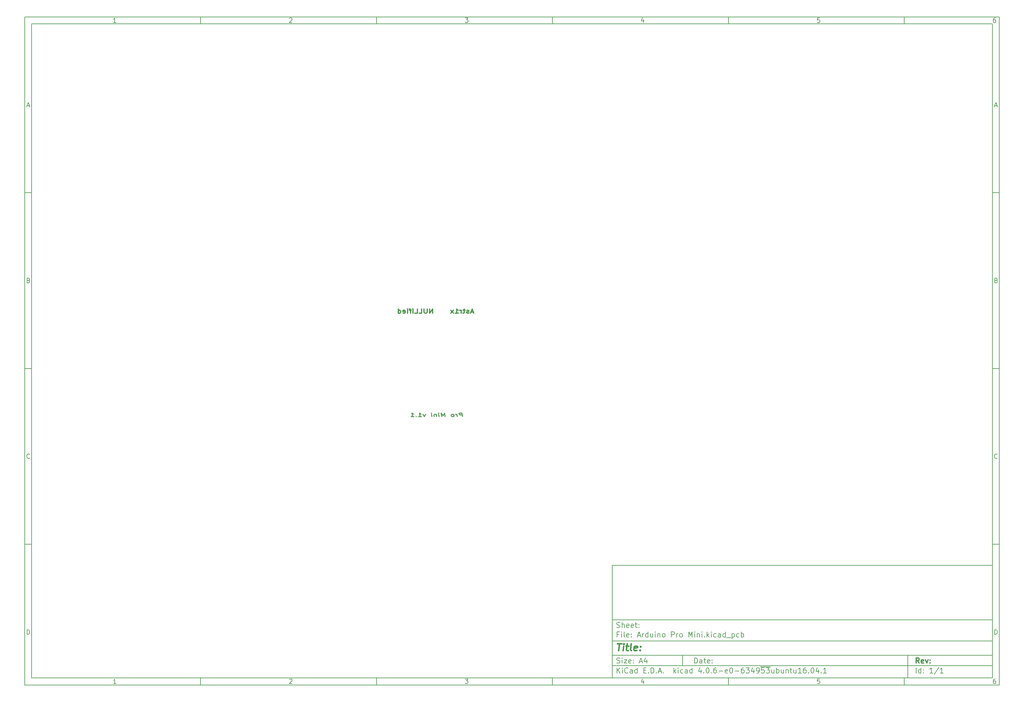
<source format=gbr>
G04 #@! TF.FileFunction,Legend,Bot*
%FSLAX46Y46*%
G04 Gerber Fmt 4.6, Leading zero omitted, Abs format (unit mm)*
G04 Created by KiCad (PCBNEW 4.0.6-e0-6349~53~ubuntu16.04.1) date Wed Jun 21 16:24:44 2017*
%MOMM*%
%LPD*%
G01*
G04 APERTURE LIST*
%ADD10C,0.100000*%
%ADD11C,0.150000*%
%ADD12C,0.300000*%
%ADD13C,0.400000*%
%ADD14C,0.250000*%
G04 APERTURE END LIST*
D10*
D11*
X177002200Y-166007200D02*
X177002200Y-198007200D01*
X285002200Y-198007200D01*
X285002200Y-166007200D01*
X177002200Y-166007200D01*
D10*
D11*
X10000000Y-10000000D02*
X10000000Y-200007200D01*
X287002200Y-200007200D01*
X287002200Y-10000000D01*
X10000000Y-10000000D01*
D10*
D11*
X12000000Y-12000000D02*
X12000000Y-198007200D01*
X285002200Y-198007200D01*
X285002200Y-12000000D01*
X12000000Y-12000000D01*
D10*
D11*
X60000000Y-12000000D02*
X60000000Y-10000000D01*
D10*
D11*
X110000000Y-12000000D02*
X110000000Y-10000000D01*
D10*
D11*
X160000000Y-12000000D02*
X160000000Y-10000000D01*
D10*
D11*
X210000000Y-12000000D02*
X210000000Y-10000000D01*
D10*
D11*
X260000000Y-12000000D02*
X260000000Y-10000000D01*
D10*
D11*
X35990476Y-11588095D02*
X35247619Y-11588095D01*
X35619048Y-11588095D02*
X35619048Y-10288095D01*
X35495238Y-10473810D01*
X35371429Y-10597619D01*
X35247619Y-10659524D01*
D10*
D11*
X85247619Y-10411905D02*
X85309524Y-10350000D01*
X85433333Y-10288095D01*
X85742857Y-10288095D01*
X85866667Y-10350000D01*
X85928571Y-10411905D01*
X85990476Y-10535714D01*
X85990476Y-10659524D01*
X85928571Y-10845238D01*
X85185714Y-11588095D01*
X85990476Y-11588095D01*
D10*
D11*
X135185714Y-10288095D02*
X135990476Y-10288095D01*
X135557143Y-10783333D01*
X135742857Y-10783333D01*
X135866667Y-10845238D01*
X135928571Y-10907143D01*
X135990476Y-11030952D01*
X135990476Y-11340476D01*
X135928571Y-11464286D01*
X135866667Y-11526190D01*
X135742857Y-11588095D01*
X135371429Y-11588095D01*
X135247619Y-11526190D01*
X135185714Y-11464286D01*
D10*
D11*
X185866667Y-10721429D02*
X185866667Y-11588095D01*
X185557143Y-10226190D02*
X185247619Y-11154762D01*
X186052381Y-11154762D01*
D10*
D11*
X235928571Y-10288095D02*
X235309524Y-10288095D01*
X235247619Y-10907143D01*
X235309524Y-10845238D01*
X235433333Y-10783333D01*
X235742857Y-10783333D01*
X235866667Y-10845238D01*
X235928571Y-10907143D01*
X235990476Y-11030952D01*
X235990476Y-11340476D01*
X235928571Y-11464286D01*
X235866667Y-11526190D01*
X235742857Y-11588095D01*
X235433333Y-11588095D01*
X235309524Y-11526190D01*
X235247619Y-11464286D01*
D10*
D11*
X285866667Y-10288095D02*
X285619048Y-10288095D01*
X285495238Y-10350000D01*
X285433333Y-10411905D01*
X285309524Y-10597619D01*
X285247619Y-10845238D01*
X285247619Y-11340476D01*
X285309524Y-11464286D01*
X285371429Y-11526190D01*
X285495238Y-11588095D01*
X285742857Y-11588095D01*
X285866667Y-11526190D01*
X285928571Y-11464286D01*
X285990476Y-11340476D01*
X285990476Y-11030952D01*
X285928571Y-10907143D01*
X285866667Y-10845238D01*
X285742857Y-10783333D01*
X285495238Y-10783333D01*
X285371429Y-10845238D01*
X285309524Y-10907143D01*
X285247619Y-11030952D01*
D10*
D11*
X60000000Y-198007200D02*
X60000000Y-200007200D01*
D10*
D11*
X110000000Y-198007200D02*
X110000000Y-200007200D01*
D10*
D11*
X160000000Y-198007200D02*
X160000000Y-200007200D01*
D10*
D11*
X210000000Y-198007200D02*
X210000000Y-200007200D01*
D10*
D11*
X260000000Y-198007200D02*
X260000000Y-200007200D01*
D10*
D11*
X35990476Y-199595295D02*
X35247619Y-199595295D01*
X35619048Y-199595295D02*
X35619048Y-198295295D01*
X35495238Y-198481010D01*
X35371429Y-198604819D01*
X35247619Y-198666724D01*
D10*
D11*
X85247619Y-198419105D02*
X85309524Y-198357200D01*
X85433333Y-198295295D01*
X85742857Y-198295295D01*
X85866667Y-198357200D01*
X85928571Y-198419105D01*
X85990476Y-198542914D01*
X85990476Y-198666724D01*
X85928571Y-198852438D01*
X85185714Y-199595295D01*
X85990476Y-199595295D01*
D10*
D11*
X135185714Y-198295295D02*
X135990476Y-198295295D01*
X135557143Y-198790533D01*
X135742857Y-198790533D01*
X135866667Y-198852438D01*
X135928571Y-198914343D01*
X135990476Y-199038152D01*
X135990476Y-199347676D01*
X135928571Y-199471486D01*
X135866667Y-199533390D01*
X135742857Y-199595295D01*
X135371429Y-199595295D01*
X135247619Y-199533390D01*
X135185714Y-199471486D01*
D10*
D11*
X185866667Y-198728629D02*
X185866667Y-199595295D01*
X185557143Y-198233390D02*
X185247619Y-199161962D01*
X186052381Y-199161962D01*
D10*
D11*
X235928571Y-198295295D02*
X235309524Y-198295295D01*
X235247619Y-198914343D01*
X235309524Y-198852438D01*
X235433333Y-198790533D01*
X235742857Y-198790533D01*
X235866667Y-198852438D01*
X235928571Y-198914343D01*
X235990476Y-199038152D01*
X235990476Y-199347676D01*
X235928571Y-199471486D01*
X235866667Y-199533390D01*
X235742857Y-199595295D01*
X235433333Y-199595295D01*
X235309524Y-199533390D01*
X235247619Y-199471486D01*
D10*
D11*
X285866667Y-198295295D02*
X285619048Y-198295295D01*
X285495238Y-198357200D01*
X285433333Y-198419105D01*
X285309524Y-198604819D01*
X285247619Y-198852438D01*
X285247619Y-199347676D01*
X285309524Y-199471486D01*
X285371429Y-199533390D01*
X285495238Y-199595295D01*
X285742857Y-199595295D01*
X285866667Y-199533390D01*
X285928571Y-199471486D01*
X285990476Y-199347676D01*
X285990476Y-199038152D01*
X285928571Y-198914343D01*
X285866667Y-198852438D01*
X285742857Y-198790533D01*
X285495238Y-198790533D01*
X285371429Y-198852438D01*
X285309524Y-198914343D01*
X285247619Y-199038152D01*
D10*
D11*
X10000000Y-60000000D02*
X12000000Y-60000000D01*
D10*
D11*
X10000000Y-110000000D02*
X12000000Y-110000000D01*
D10*
D11*
X10000000Y-160000000D02*
X12000000Y-160000000D01*
D10*
D11*
X10690476Y-35216667D02*
X11309524Y-35216667D01*
X10566667Y-35588095D02*
X11000000Y-34288095D01*
X11433333Y-35588095D01*
D10*
D11*
X11092857Y-84907143D02*
X11278571Y-84969048D01*
X11340476Y-85030952D01*
X11402381Y-85154762D01*
X11402381Y-85340476D01*
X11340476Y-85464286D01*
X11278571Y-85526190D01*
X11154762Y-85588095D01*
X10659524Y-85588095D01*
X10659524Y-84288095D01*
X11092857Y-84288095D01*
X11216667Y-84350000D01*
X11278571Y-84411905D01*
X11340476Y-84535714D01*
X11340476Y-84659524D01*
X11278571Y-84783333D01*
X11216667Y-84845238D01*
X11092857Y-84907143D01*
X10659524Y-84907143D01*
D10*
D11*
X11402381Y-135464286D02*
X11340476Y-135526190D01*
X11154762Y-135588095D01*
X11030952Y-135588095D01*
X10845238Y-135526190D01*
X10721429Y-135402381D01*
X10659524Y-135278571D01*
X10597619Y-135030952D01*
X10597619Y-134845238D01*
X10659524Y-134597619D01*
X10721429Y-134473810D01*
X10845238Y-134350000D01*
X11030952Y-134288095D01*
X11154762Y-134288095D01*
X11340476Y-134350000D01*
X11402381Y-134411905D01*
D10*
D11*
X10659524Y-185588095D02*
X10659524Y-184288095D01*
X10969048Y-184288095D01*
X11154762Y-184350000D01*
X11278571Y-184473810D01*
X11340476Y-184597619D01*
X11402381Y-184845238D01*
X11402381Y-185030952D01*
X11340476Y-185278571D01*
X11278571Y-185402381D01*
X11154762Y-185526190D01*
X10969048Y-185588095D01*
X10659524Y-185588095D01*
D10*
D11*
X287002200Y-60000000D02*
X285002200Y-60000000D01*
D10*
D11*
X287002200Y-110000000D02*
X285002200Y-110000000D01*
D10*
D11*
X287002200Y-160000000D02*
X285002200Y-160000000D01*
D10*
D11*
X285692676Y-35216667D02*
X286311724Y-35216667D01*
X285568867Y-35588095D02*
X286002200Y-34288095D01*
X286435533Y-35588095D01*
D10*
D11*
X286095057Y-84907143D02*
X286280771Y-84969048D01*
X286342676Y-85030952D01*
X286404581Y-85154762D01*
X286404581Y-85340476D01*
X286342676Y-85464286D01*
X286280771Y-85526190D01*
X286156962Y-85588095D01*
X285661724Y-85588095D01*
X285661724Y-84288095D01*
X286095057Y-84288095D01*
X286218867Y-84350000D01*
X286280771Y-84411905D01*
X286342676Y-84535714D01*
X286342676Y-84659524D01*
X286280771Y-84783333D01*
X286218867Y-84845238D01*
X286095057Y-84907143D01*
X285661724Y-84907143D01*
D10*
D11*
X286404581Y-135464286D02*
X286342676Y-135526190D01*
X286156962Y-135588095D01*
X286033152Y-135588095D01*
X285847438Y-135526190D01*
X285723629Y-135402381D01*
X285661724Y-135278571D01*
X285599819Y-135030952D01*
X285599819Y-134845238D01*
X285661724Y-134597619D01*
X285723629Y-134473810D01*
X285847438Y-134350000D01*
X286033152Y-134288095D01*
X286156962Y-134288095D01*
X286342676Y-134350000D01*
X286404581Y-134411905D01*
D10*
D11*
X285661724Y-185588095D02*
X285661724Y-184288095D01*
X285971248Y-184288095D01*
X286156962Y-184350000D01*
X286280771Y-184473810D01*
X286342676Y-184597619D01*
X286404581Y-184845238D01*
X286404581Y-185030952D01*
X286342676Y-185278571D01*
X286280771Y-185402381D01*
X286156962Y-185526190D01*
X285971248Y-185588095D01*
X285661724Y-185588095D01*
D10*
D11*
X200359343Y-193785771D02*
X200359343Y-192285771D01*
X200716486Y-192285771D01*
X200930771Y-192357200D01*
X201073629Y-192500057D01*
X201145057Y-192642914D01*
X201216486Y-192928629D01*
X201216486Y-193142914D01*
X201145057Y-193428629D01*
X201073629Y-193571486D01*
X200930771Y-193714343D01*
X200716486Y-193785771D01*
X200359343Y-193785771D01*
X202502200Y-193785771D02*
X202502200Y-193000057D01*
X202430771Y-192857200D01*
X202287914Y-192785771D01*
X202002200Y-192785771D01*
X201859343Y-192857200D01*
X202502200Y-193714343D02*
X202359343Y-193785771D01*
X202002200Y-193785771D01*
X201859343Y-193714343D01*
X201787914Y-193571486D01*
X201787914Y-193428629D01*
X201859343Y-193285771D01*
X202002200Y-193214343D01*
X202359343Y-193214343D01*
X202502200Y-193142914D01*
X203002200Y-192785771D02*
X203573629Y-192785771D01*
X203216486Y-192285771D02*
X203216486Y-193571486D01*
X203287914Y-193714343D01*
X203430772Y-193785771D01*
X203573629Y-193785771D01*
X204645057Y-193714343D02*
X204502200Y-193785771D01*
X204216486Y-193785771D01*
X204073629Y-193714343D01*
X204002200Y-193571486D01*
X204002200Y-193000057D01*
X204073629Y-192857200D01*
X204216486Y-192785771D01*
X204502200Y-192785771D01*
X204645057Y-192857200D01*
X204716486Y-193000057D01*
X204716486Y-193142914D01*
X204002200Y-193285771D01*
X205359343Y-193642914D02*
X205430771Y-193714343D01*
X205359343Y-193785771D01*
X205287914Y-193714343D01*
X205359343Y-193642914D01*
X205359343Y-193785771D01*
X205359343Y-192857200D02*
X205430771Y-192928629D01*
X205359343Y-193000057D01*
X205287914Y-192928629D01*
X205359343Y-192857200D01*
X205359343Y-193000057D01*
D10*
D11*
X177002200Y-194507200D02*
X285002200Y-194507200D01*
D10*
D11*
X178359343Y-196585771D02*
X178359343Y-195085771D01*
X179216486Y-196585771D02*
X178573629Y-195728629D01*
X179216486Y-195085771D02*
X178359343Y-195942914D01*
X179859343Y-196585771D02*
X179859343Y-195585771D01*
X179859343Y-195085771D02*
X179787914Y-195157200D01*
X179859343Y-195228629D01*
X179930771Y-195157200D01*
X179859343Y-195085771D01*
X179859343Y-195228629D01*
X181430772Y-196442914D02*
X181359343Y-196514343D01*
X181145057Y-196585771D01*
X181002200Y-196585771D01*
X180787915Y-196514343D01*
X180645057Y-196371486D01*
X180573629Y-196228629D01*
X180502200Y-195942914D01*
X180502200Y-195728629D01*
X180573629Y-195442914D01*
X180645057Y-195300057D01*
X180787915Y-195157200D01*
X181002200Y-195085771D01*
X181145057Y-195085771D01*
X181359343Y-195157200D01*
X181430772Y-195228629D01*
X182716486Y-196585771D02*
X182716486Y-195800057D01*
X182645057Y-195657200D01*
X182502200Y-195585771D01*
X182216486Y-195585771D01*
X182073629Y-195657200D01*
X182716486Y-196514343D02*
X182573629Y-196585771D01*
X182216486Y-196585771D01*
X182073629Y-196514343D01*
X182002200Y-196371486D01*
X182002200Y-196228629D01*
X182073629Y-196085771D01*
X182216486Y-196014343D01*
X182573629Y-196014343D01*
X182716486Y-195942914D01*
X184073629Y-196585771D02*
X184073629Y-195085771D01*
X184073629Y-196514343D02*
X183930772Y-196585771D01*
X183645058Y-196585771D01*
X183502200Y-196514343D01*
X183430772Y-196442914D01*
X183359343Y-196300057D01*
X183359343Y-195871486D01*
X183430772Y-195728629D01*
X183502200Y-195657200D01*
X183645058Y-195585771D01*
X183930772Y-195585771D01*
X184073629Y-195657200D01*
X185930772Y-195800057D02*
X186430772Y-195800057D01*
X186645058Y-196585771D02*
X185930772Y-196585771D01*
X185930772Y-195085771D01*
X186645058Y-195085771D01*
X187287915Y-196442914D02*
X187359343Y-196514343D01*
X187287915Y-196585771D01*
X187216486Y-196514343D01*
X187287915Y-196442914D01*
X187287915Y-196585771D01*
X188002201Y-196585771D02*
X188002201Y-195085771D01*
X188359344Y-195085771D01*
X188573629Y-195157200D01*
X188716487Y-195300057D01*
X188787915Y-195442914D01*
X188859344Y-195728629D01*
X188859344Y-195942914D01*
X188787915Y-196228629D01*
X188716487Y-196371486D01*
X188573629Y-196514343D01*
X188359344Y-196585771D01*
X188002201Y-196585771D01*
X189502201Y-196442914D02*
X189573629Y-196514343D01*
X189502201Y-196585771D01*
X189430772Y-196514343D01*
X189502201Y-196442914D01*
X189502201Y-196585771D01*
X190145058Y-196157200D02*
X190859344Y-196157200D01*
X190002201Y-196585771D02*
X190502201Y-195085771D01*
X191002201Y-196585771D01*
X191502201Y-196442914D02*
X191573629Y-196514343D01*
X191502201Y-196585771D01*
X191430772Y-196514343D01*
X191502201Y-196442914D01*
X191502201Y-196585771D01*
X194502201Y-196585771D02*
X194502201Y-195085771D01*
X194645058Y-196014343D02*
X195073629Y-196585771D01*
X195073629Y-195585771D02*
X194502201Y-196157200D01*
X195716487Y-196585771D02*
X195716487Y-195585771D01*
X195716487Y-195085771D02*
X195645058Y-195157200D01*
X195716487Y-195228629D01*
X195787915Y-195157200D01*
X195716487Y-195085771D01*
X195716487Y-195228629D01*
X197073630Y-196514343D02*
X196930773Y-196585771D01*
X196645059Y-196585771D01*
X196502201Y-196514343D01*
X196430773Y-196442914D01*
X196359344Y-196300057D01*
X196359344Y-195871486D01*
X196430773Y-195728629D01*
X196502201Y-195657200D01*
X196645059Y-195585771D01*
X196930773Y-195585771D01*
X197073630Y-195657200D01*
X198359344Y-196585771D02*
X198359344Y-195800057D01*
X198287915Y-195657200D01*
X198145058Y-195585771D01*
X197859344Y-195585771D01*
X197716487Y-195657200D01*
X198359344Y-196514343D02*
X198216487Y-196585771D01*
X197859344Y-196585771D01*
X197716487Y-196514343D01*
X197645058Y-196371486D01*
X197645058Y-196228629D01*
X197716487Y-196085771D01*
X197859344Y-196014343D01*
X198216487Y-196014343D01*
X198359344Y-195942914D01*
X199716487Y-196585771D02*
X199716487Y-195085771D01*
X199716487Y-196514343D02*
X199573630Y-196585771D01*
X199287916Y-196585771D01*
X199145058Y-196514343D01*
X199073630Y-196442914D01*
X199002201Y-196300057D01*
X199002201Y-195871486D01*
X199073630Y-195728629D01*
X199145058Y-195657200D01*
X199287916Y-195585771D01*
X199573630Y-195585771D01*
X199716487Y-195657200D01*
X202216487Y-195585771D02*
X202216487Y-196585771D01*
X201859344Y-195014343D02*
X201502201Y-196085771D01*
X202430773Y-196085771D01*
X203002201Y-196442914D02*
X203073629Y-196514343D01*
X203002201Y-196585771D01*
X202930772Y-196514343D01*
X203002201Y-196442914D01*
X203002201Y-196585771D01*
X204002201Y-195085771D02*
X204145058Y-195085771D01*
X204287915Y-195157200D01*
X204359344Y-195228629D01*
X204430773Y-195371486D01*
X204502201Y-195657200D01*
X204502201Y-196014343D01*
X204430773Y-196300057D01*
X204359344Y-196442914D01*
X204287915Y-196514343D01*
X204145058Y-196585771D01*
X204002201Y-196585771D01*
X203859344Y-196514343D01*
X203787915Y-196442914D01*
X203716487Y-196300057D01*
X203645058Y-196014343D01*
X203645058Y-195657200D01*
X203716487Y-195371486D01*
X203787915Y-195228629D01*
X203859344Y-195157200D01*
X204002201Y-195085771D01*
X205145058Y-196442914D02*
X205216486Y-196514343D01*
X205145058Y-196585771D01*
X205073629Y-196514343D01*
X205145058Y-196442914D01*
X205145058Y-196585771D01*
X206502201Y-195085771D02*
X206216487Y-195085771D01*
X206073630Y-195157200D01*
X206002201Y-195228629D01*
X205859344Y-195442914D01*
X205787915Y-195728629D01*
X205787915Y-196300057D01*
X205859344Y-196442914D01*
X205930772Y-196514343D01*
X206073630Y-196585771D01*
X206359344Y-196585771D01*
X206502201Y-196514343D01*
X206573630Y-196442914D01*
X206645058Y-196300057D01*
X206645058Y-195942914D01*
X206573630Y-195800057D01*
X206502201Y-195728629D01*
X206359344Y-195657200D01*
X206073630Y-195657200D01*
X205930772Y-195728629D01*
X205859344Y-195800057D01*
X205787915Y-195942914D01*
X207287915Y-196014343D02*
X208430772Y-196014343D01*
X209716486Y-196514343D02*
X209573629Y-196585771D01*
X209287915Y-196585771D01*
X209145058Y-196514343D01*
X209073629Y-196371486D01*
X209073629Y-195800057D01*
X209145058Y-195657200D01*
X209287915Y-195585771D01*
X209573629Y-195585771D01*
X209716486Y-195657200D01*
X209787915Y-195800057D01*
X209787915Y-195942914D01*
X209073629Y-196085771D01*
X210716486Y-195085771D02*
X210859343Y-195085771D01*
X211002200Y-195157200D01*
X211073629Y-195228629D01*
X211145058Y-195371486D01*
X211216486Y-195657200D01*
X211216486Y-196014343D01*
X211145058Y-196300057D01*
X211073629Y-196442914D01*
X211002200Y-196514343D01*
X210859343Y-196585771D01*
X210716486Y-196585771D01*
X210573629Y-196514343D01*
X210502200Y-196442914D01*
X210430772Y-196300057D01*
X210359343Y-196014343D01*
X210359343Y-195657200D01*
X210430772Y-195371486D01*
X210502200Y-195228629D01*
X210573629Y-195157200D01*
X210716486Y-195085771D01*
X211859343Y-196014343D02*
X213002200Y-196014343D01*
X214359343Y-195085771D02*
X214073629Y-195085771D01*
X213930772Y-195157200D01*
X213859343Y-195228629D01*
X213716486Y-195442914D01*
X213645057Y-195728629D01*
X213645057Y-196300057D01*
X213716486Y-196442914D01*
X213787914Y-196514343D01*
X213930772Y-196585771D01*
X214216486Y-196585771D01*
X214359343Y-196514343D01*
X214430772Y-196442914D01*
X214502200Y-196300057D01*
X214502200Y-195942914D01*
X214430772Y-195800057D01*
X214359343Y-195728629D01*
X214216486Y-195657200D01*
X213930772Y-195657200D01*
X213787914Y-195728629D01*
X213716486Y-195800057D01*
X213645057Y-195942914D01*
X215002200Y-195085771D02*
X215930771Y-195085771D01*
X215430771Y-195657200D01*
X215645057Y-195657200D01*
X215787914Y-195728629D01*
X215859343Y-195800057D01*
X215930771Y-195942914D01*
X215930771Y-196300057D01*
X215859343Y-196442914D01*
X215787914Y-196514343D01*
X215645057Y-196585771D01*
X215216485Y-196585771D01*
X215073628Y-196514343D01*
X215002200Y-196442914D01*
X217216485Y-195585771D02*
X217216485Y-196585771D01*
X216859342Y-195014343D02*
X216502199Y-196085771D01*
X217430771Y-196085771D01*
X218073627Y-196585771D02*
X218359342Y-196585771D01*
X218502199Y-196514343D01*
X218573627Y-196442914D01*
X218716485Y-196228629D01*
X218787913Y-195942914D01*
X218787913Y-195371486D01*
X218716485Y-195228629D01*
X218645056Y-195157200D01*
X218502199Y-195085771D01*
X218216485Y-195085771D01*
X218073627Y-195157200D01*
X218002199Y-195228629D01*
X217930770Y-195371486D01*
X217930770Y-195728629D01*
X218002199Y-195871486D01*
X218073627Y-195942914D01*
X218216485Y-196014343D01*
X218502199Y-196014343D01*
X218645056Y-195942914D01*
X218716485Y-195871486D01*
X218787913Y-195728629D01*
X220145056Y-195085771D02*
X219430770Y-195085771D01*
X219359341Y-195800057D01*
X219430770Y-195728629D01*
X219573627Y-195657200D01*
X219930770Y-195657200D01*
X220073627Y-195728629D01*
X220145056Y-195800057D01*
X220216484Y-195942914D01*
X220216484Y-196300057D01*
X220145056Y-196442914D01*
X220073627Y-196514343D01*
X219930770Y-196585771D01*
X219573627Y-196585771D01*
X219430770Y-196514343D01*
X219359341Y-196442914D01*
X220716484Y-195085771D02*
X221645055Y-195085771D01*
X221145055Y-195657200D01*
X221359341Y-195657200D01*
X221502198Y-195728629D01*
X221573627Y-195800057D01*
X221645055Y-195942914D01*
X221645055Y-196300057D01*
X221573627Y-196442914D01*
X221502198Y-196514343D01*
X221359341Y-196585771D01*
X220930769Y-196585771D01*
X220787912Y-196514343D01*
X220716484Y-196442914D01*
X219073627Y-194827200D02*
X221930769Y-194827200D01*
X222930769Y-195585771D02*
X222930769Y-196585771D01*
X222287912Y-195585771D02*
X222287912Y-196371486D01*
X222359340Y-196514343D01*
X222502198Y-196585771D01*
X222716483Y-196585771D01*
X222859340Y-196514343D01*
X222930769Y-196442914D01*
X223645055Y-196585771D02*
X223645055Y-195085771D01*
X223645055Y-195657200D02*
X223787912Y-195585771D01*
X224073626Y-195585771D01*
X224216483Y-195657200D01*
X224287912Y-195728629D01*
X224359341Y-195871486D01*
X224359341Y-196300057D01*
X224287912Y-196442914D01*
X224216483Y-196514343D01*
X224073626Y-196585771D01*
X223787912Y-196585771D01*
X223645055Y-196514343D01*
X225645055Y-195585771D02*
X225645055Y-196585771D01*
X225002198Y-195585771D02*
X225002198Y-196371486D01*
X225073626Y-196514343D01*
X225216484Y-196585771D01*
X225430769Y-196585771D01*
X225573626Y-196514343D01*
X225645055Y-196442914D01*
X226359341Y-195585771D02*
X226359341Y-196585771D01*
X226359341Y-195728629D02*
X226430769Y-195657200D01*
X226573627Y-195585771D01*
X226787912Y-195585771D01*
X226930769Y-195657200D01*
X227002198Y-195800057D01*
X227002198Y-196585771D01*
X227502198Y-195585771D02*
X228073627Y-195585771D01*
X227716484Y-195085771D02*
X227716484Y-196371486D01*
X227787912Y-196514343D01*
X227930770Y-196585771D01*
X228073627Y-196585771D01*
X229216484Y-195585771D02*
X229216484Y-196585771D01*
X228573627Y-195585771D02*
X228573627Y-196371486D01*
X228645055Y-196514343D01*
X228787913Y-196585771D01*
X229002198Y-196585771D01*
X229145055Y-196514343D01*
X229216484Y-196442914D01*
X230716484Y-196585771D02*
X229859341Y-196585771D01*
X230287913Y-196585771D02*
X230287913Y-195085771D01*
X230145056Y-195300057D01*
X230002198Y-195442914D01*
X229859341Y-195514343D01*
X232002198Y-195085771D02*
X231716484Y-195085771D01*
X231573627Y-195157200D01*
X231502198Y-195228629D01*
X231359341Y-195442914D01*
X231287912Y-195728629D01*
X231287912Y-196300057D01*
X231359341Y-196442914D01*
X231430769Y-196514343D01*
X231573627Y-196585771D01*
X231859341Y-196585771D01*
X232002198Y-196514343D01*
X232073627Y-196442914D01*
X232145055Y-196300057D01*
X232145055Y-195942914D01*
X232073627Y-195800057D01*
X232002198Y-195728629D01*
X231859341Y-195657200D01*
X231573627Y-195657200D01*
X231430769Y-195728629D01*
X231359341Y-195800057D01*
X231287912Y-195942914D01*
X232787912Y-196442914D02*
X232859340Y-196514343D01*
X232787912Y-196585771D01*
X232716483Y-196514343D01*
X232787912Y-196442914D01*
X232787912Y-196585771D01*
X233787912Y-195085771D02*
X233930769Y-195085771D01*
X234073626Y-195157200D01*
X234145055Y-195228629D01*
X234216484Y-195371486D01*
X234287912Y-195657200D01*
X234287912Y-196014343D01*
X234216484Y-196300057D01*
X234145055Y-196442914D01*
X234073626Y-196514343D01*
X233930769Y-196585771D01*
X233787912Y-196585771D01*
X233645055Y-196514343D01*
X233573626Y-196442914D01*
X233502198Y-196300057D01*
X233430769Y-196014343D01*
X233430769Y-195657200D01*
X233502198Y-195371486D01*
X233573626Y-195228629D01*
X233645055Y-195157200D01*
X233787912Y-195085771D01*
X235573626Y-195585771D02*
X235573626Y-196585771D01*
X235216483Y-195014343D02*
X234859340Y-196085771D01*
X235787912Y-196085771D01*
X236359340Y-196442914D02*
X236430768Y-196514343D01*
X236359340Y-196585771D01*
X236287911Y-196514343D01*
X236359340Y-196442914D01*
X236359340Y-196585771D01*
X237859340Y-196585771D02*
X237002197Y-196585771D01*
X237430769Y-196585771D02*
X237430769Y-195085771D01*
X237287912Y-195300057D01*
X237145054Y-195442914D01*
X237002197Y-195514343D01*
D10*
D11*
X177002200Y-191507200D02*
X285002200Y-191507200D01*
D10*
D12*
X264216486Y-193785771D02*
X263716486Y-193071486D01*
X263359343Y-193785771D02*
X263359343Y-192285771D01*
X263930771Y-192285771D01*
X264073629Y-192357200D01*
X264145057Y-192428629D01*
X264216486Y-192571486D01*
X264216486Y-192785771D01*
X264145057Y-192928629D01*
X264073629Y-193000057D01*
X263930771Y-193071486D01*
X263359343Y-193071486D01*
X265430771Y-193714343D02*
X265287914Y-193785771D01*
X265002200Y-193785771D01*
X264859343Y-193714343D01*
X264787914Y-193571486D01*
X264787914Y-193000057D01*
X264859343Y-192857200D01*
X265002200Y-192785771D01*
X265287914Y-192785771D01*
X265430771Y-192857200D01*
X265502200Y-193000057D01*
X265502200Y-193142914D01*
X264787914Y-193285771D01*
X266002200Y-192785771D02*
X266359343Y-193785771D01*
X266716485Y-192785771D01*
X267287914Y-193642914D02*
X267359342Y-193714343D01*
X267287914Y-193785771D01*
X267216485Y-193714343D01*
X267287914Y-193642914D01*
X267287914Y-193785771D01*
X267287914Y-192857200D02*
X267359342Y-192928629D01*
X267287914Y-193000057D01*
X267216485Y-192928629D01*
X267287914Y-192857200D01*
X267287914Y-193000057D01*
D10*
D11*
X178287914Y-193714343D02*
X178502200Y-193785771D01*
X178859343Y-193785771D01*
X179002200Y-193714343D01*
X179073629Y-193642914D01*
X179145057Y-193500057D01*
X179145057Y-193357200D01*
X179073629Y-193214343D01*
X179002200Y-193142914D01*
X178859343Y-193071486D01*
X178573629Y-193000057D01*
X178430771Y-192928629D01*
X178359343Y-192857200D01*
X178287914Y-192714343D01*
X178287914Y-192571486D01*
X178359343Y-192428629D01*
X178430771Y-192357200D01*
X178573629Y-192285771D01*
X178930771Y-192285771D01*
X179145057Y-192357200D01*
X179787914Y-193785771D02*
X179787914Y-192785771D01*
X179787914Y-192285771D02*
X179716485Y-192357200D01*
X179787914Y-192428629D01*
X179859342Y-192357200D01*
X179787914Y-192285771D01*
X179787914Y-192428629D01*
X180359343Y-192785771D02*
X181145057Y-192785771D01*
X180359343Y-193785771D01*
X181145057Y-193785771D01*
X182287914Y-193714343D02*
X182145057Y-193785771D01*
X181859343Y-193785771D01*
X181716486Y-193714343D01*
X181645057Y-193571486D01*
X181645057Y-193000057D01*
X181716486Y-192857200D01*
X181859343Y-192785771D01*
X182145057Y-192785771D01*
X182287914Y-192857200D01*
X182359343Y-193000057D01*
X182359343Y-193142914D01*
X181645057Y-193285771D01*
X183002200Y-193642914D02*
X183073628Y-193714343D01*
X183002200Y-193785771D01*
X182930771Y-193714343D01*
X183002200Y-193642914D01*
X183002200Y-193785771D01*
X183002200Y-192857200D02*
X183073628Y-192928629D01*
X183002200Y-193000057D01*
X182930771Y-192928629D01*
X183002200Y-192857200D01*
X183002200Y-193000057D01*
X184787914Y-193357200D02*
X185502200Y-193357200D01*
X184645057Y-193785771D02*
X185145057Y-192285771D01*
X185645057Y-193785771D01*
X186787914Y-192785771D02*
X186787914Y-193785771D01*
X186430771Y-192214343D02*
X186073628Y-193285771D01*
X187002200Y-193285771D01*
D10*
D11*
X263359343Y-196585771D02*
X263359343Y-195085771D01*
X264716486Y-196585771D02*
X264716486Y-195085771D01*
X264716486Y-196514343D02*
X264573629Y-196585771D01*
X264287915Y-196585771D01*
X264145057Y-196514343D01*
X264073629Y-196442914D01*
X264002200Y-196300057D01*
X264002200Y-195871486D01*
X264073629Y-195728629D01*
X264145057Y-195657200D01*
X264287915Y-195585771D01*
X264573629Y-195585771D01*
X264716486Y-195657200D01*
X265430772Y-196442914D02*
X265502200Y-196514343D01*
X265430772Y-196585771D01*
X265359343Y-196514343D01*
X265430772Y-196442914D01*
X265430772Y-196585771D01*
X265430772Y-195657200D02*
X265502200Y-195728629D01*
X265430772Y-195800057D01*
X265359343Y-195728629D01*
X265430772Y-195657200D01*
X265430772Y-195800057D01*
X268073629Y-196585771D02*
X267216486Y-196585771D01*
X267645058Y-196585771D02*
X267645058Y-195085771D01*
X267502201Y-195300057D01*
X267359343Y-195442914D01*
X267216486Y-195514343D01*
X269787914Y-195014343D02*
X268502200Y-196942914D01*
X271073629Y-196585771D02*
X270216486Y-196585771D01*
X270645058Y-196585771D02*
X270645058Y-195085771D01*
X270502201Y-195300057D01*
X270359343Y-195442914D01*
X270216486Y-195514343D01*
D10*
D11*
X177002200Y-187507200D02*
X285002200Y-187507200D01*
D10*
D13*
X178454581Y-188211962D02*
X179597438Y-188211962D01*
X178776010Y-190211962D02*
X179026010Y-188211962D01*
X180014105Y-190211962D02*
X180180771Y-188878629D01*
X180264105Y-188211962D02*
X180156962Y-188307200D01*
X180240295Y-188402438D01*
X180347439Y-188307200D01*
X180264105Y-188211962D01*
X180240295Y-188402438D01*
X180847438Y-188878629D02*
X181609343Y-188878629D01*
X181216486Y-188211962D02*
X181002200Y-189926248D01*
X181073630Y-190116724D01*
X181252201Y-190211962D01*
X181442677Y-190211962D01*
X182395058Y-190211962D02*
X182216487Y-190116724D01*
X182145057Y-189926248D01*
X182359343Y-188211962D01*
X183930772Y-190116724D02*
X183728391Y-190211962D01*
X183347439Y-190211962D01*
X183168867Y-190116724D01*
X183097438Y-189926248D01*
X183192676Y-189164343D01*
X183311724Y-188973867D01*
X183514105Y-188878629D01*
X183895057Y-188878629D01*
X184073629Y-188973867D01*
X184145057Y-189164343D01*
X184121248Y-189354819D01*
X183145057Y-189545295D01*
X184895057Y-190021486D02*
X184978392Y-190116724D01*
X184871248Y-190211962D01*
X184787915Y-190116724D01*
X184895057Y-190021486D01*
X184871248Y-190211962D01*
X185026010Y-188973867D02*
X185109344Y-189069105D01*
X185002200Y-189164343D01*
X184918867Y-189069105D01*
X185026010Y-188973867D01*
X185002200Y-189164343D01*
D10*
D11*
X178859343Y-185600057D02*
X178359343Y-185600057D01*
X178359343Y-186385771D02*
X178359343Y-184885771D01*
X179073629Y-184885771D01*
X179645057Y-186385771D02*
X179645057Y-185385771D01*
X179645057Y-184885771D02*
X179573628Y-184957200D01*
X179645057Y-185028629D01*
X179716485Y-184957200D01*
X179645057Y-184885771D01*
X179645057Y-185028629D01*
X180573629Y-186385771D02*
X180430771Y-186314343D01*
X180359343Y-186171486D01*
X180359343Y-184885771D01*
X181716485Y-186314343D02*
X181573628Y-186385771D01*
X181287914Y-186385771D01*
X181145057Y-186314343D01*
X181073628Y-186171486D01*
X181073628Y-185600057D01*
X181145057Y-185457200D01*
X181287914Y-185385771D01*
X181573628Y-185385771D01*
X181716485Y-185457200D01*
X181787914Y-185600057D01*
X181787914Y-185742914D01*
X181073628Y-185885771D01*
X182430771Y-186242914D02*
X182502199Y-186314343D01*
X182430771Y-186385771D01*
X182359342Y-186314343D01*
X182430771Y-186242914D01*
X182430771Y-186385771D01*
X182430771Y-185457200D02*
X182502199Y-185528629D01*
X182430771Y-185600057D01*
X182359342Y-185528629D01*
X182430771Y-185457200D01*
X182430771Y-185600057D01*
X184216485Y-185957200D02*
X184930771Y-185957200D01*
X184073628Y-186385771D02*
X184573628Y-184885771D01*
X185073628Y-186385771D01*
X185573628Y-186385771D02*
X185573628Y-185385771D01*
X185573628Y-185671486D02*
X185645056Y-185528629D01*
X185716485Y-185457200D01*
X185859342Y-185385771D01*
X186002199Y-185385771D01*
X187145056Y-186385771D02*
X187145056Y-184885771D01*
X187145056Y-186314343D02*
X187002199Y-186385771D01*
X186716485Y-186385771D01*
X186573627Y-186314343D01*
X186502199Y-186242914D01*
X186430770Y-186100057D01*
X186430770Y-185671486D01*
X186502199Y-185528629D01*
X186573627Y-185457200D01*
X186716485Y-185385771D01*
X187002199Y-185385771D01*
X187145056Y-185457200D01*
X188502199Y-185385771D02*
X188502199Y-186385771D01*
X187859342Y-185385771D02*
X187859342Y-186171486D01*
X187930770Y-186314343D01*
X188073628Y-186385771D01*
X188287913Y-186385771D01*
X188430770Y-186314343D01*
X188502199Y-186242914D01*
X189216485Y-186385771D02*
X189216485Y-185385771D01*
X189216485Y-184885771D02*
X189145056Y-184957200D01*
X189216485Y-185028629D01*
X189287913Y-184957200D01*
X189216485Y-184885771D01*
X189216485Y-185028629D01*
X189930771Y-185385771D02*
X189930771Y-186385771D01*
X189930771Y-185528629D02*
X190002199Y-185457200D01*
X190145057Y-185385771D01*
X190359342Y-185385771D01*
X190502199Y-185457200D01*
X190573628Y-185600057D01*
X190573628Y-186385771D01*
X191502200Y-186385771D02*
X191359342Y-186314343D01*
X191287914Y-186242914D01*
X191216485Y-186100057D01*
X191216485Y-185671486D01*
X191287914Y-185528629D01*
X191359342Y-185457200D01*
X191502200Y-185385771D01*
X191716485Y-185385771D01*
X191859342Y-185457200D01*
X191930771Y-185528629D01*
X192002200Y-185671486D01*
X192002200Y-186100057D01*
X191930771Y-186242914D01*
X191859342Y-186314343D01*
X191716485Y-186385771D01*
X191502200Y-186385771D01*
X193787914Y-186385771D02*
X193787914Y-184885771D01*
X194359342Y-184885771D01*
X194502200Y-184957200D01*
X194573628Y-185028629D01*
X194645057Y-185171486D01*
X194645057Y-185385771D01*
X194573628Y-185528629D01*
X194502200Y-185600057D01*
X194359342Y-185671486D01*
X193787914Y-185671486D01*
X195287914Y-186385771D02*
X195287914Y-185385771D01*
X195287914Y-185671486D02*
X195359342Y-185528629D01*
X195430771Y-185457200D01*
X195573628Y-185385771D01*
X195716485Y-185385771D01*
X196430771Y-186385771D02*
X196287913Y-186314343D01*
X196216485Y-186242914D01*
X196145056Y-186100057D01*
X196145056Y-185671486D01*
X196216485Y-185528629D01*
X196287913Y-185457200D01*
X196430771Y-185385771D01*
X196645056Y-185385771D01*
X196787913Y-185457200D01*
X196859342Y-185528629D01*
X196930771Y-185671486D01*
X196930771Y-186100057D01*
X196859342Y-186242914D01*
X196787913Y-186314343D01*
X196645056Y-186385771D01*
X196430771Y-186385771D01*
X198716485Y-186385771D02*
X198716485Y-184885771D01*
X199216485Y-185957200D01*
X199716485Y-184885771D01*
X199716485Y-186385771D01*
X200430771Y-186385771D02*
X200430771Y-185385771D01*
X200430771Y-184885771D02*
X200359342Y-184957200D01*
X200430771Y-185028629D01*
X200502199Y-184957200D01*
X200430771Y-184885771D01*
X200430771Y-185028629D01*
X201145057Y-185385771D02*
X201145057Y-186385771D01*
X201145057Y-185528629D02*
X201216485Y-185457200D01*
X201359343Y-185385771D01*
X201573628Y-185385771D01*
X201716485Y-185457200D01*
X201787914Y-185600057D01*
X201787914Y-186385771D01*
X202502200Y-186385771D02*
X202502200Y-185385771D01*
X202502200Y-184885771D02*
X202430771Y-184957200D01*
X202502200Y-185028629D01*
X202573628Y-184957200D01*
X202502200Y-184885771D01*
X202502200Y-185028629D01*
X203216486Y-186242914D02*
X203287914Y-186314343D01*
X203216486Y-186385771D01*
X203145057Y-186314343D01*
X203216486Y-186242914D01*
X203216486Y-186385771D01*
X203930772Y-186385771D02*
X203930772Y-184885771D01*
X204073629Y-185814343D02*
X204502200Y-186385771D01*
X204502200Y-185385771D02*
X203930772Y-185957200D01*
X205145058Y-186385771D02*
X205145058Y-185385771D01*
X205145058Y-184885771D02*
X205073629Y-184957200D01*
X205145058Y-185028629D01*
X205216486Y-184957200D01*
X205145058Y-184885771D01*
X205145058Y-185028629D01*
X206502201Y-186314343D02*
X206359344Y-186385771D01*
X206073630Y-186385771D01*
X205930772Y-186314343D01*
X205859344Y-186242914D01*
X205787915Y-186100057D01*
X205787915Y-185671486D01*
X205859344Y-185528629D01*
X205930772Y-185457200D01*
X206073630Y-185385771D01*
X206359344Y-185385771D01*
X206502201Y-185457200D01*
X207787915Y-186385771D02*
X207787915Y-185600057D01*
X207716486Y-185457200D01*
X207573629Y-185385771D01*
X207287915Y-185385771D01*
X207145058Y-185457200D01*
X207787915Y-186314343D02*
X207645058Y-186385771D01*
X207287915Y-186385771D01*
X207145058Y-186314343D01*
X207073629Y-186171486D01*
X207073629Y-186028629D01*
X207145058Y-185885771D01*
X207287915Y-185814343D01*
X207645058Y-185814343D01*
X207787915Y-185742914D01*
X209145058Y-186385771D02*
X209145058Y-184885771D01*
X209145058Y-186314343D02*
X209002201Y-186385771D01*
X208716487Y-186385771D01*
X208573629Y-186314343D01*
X208502201Y-186242914D01*
X208430772Y-186100057D01*
X208430772Y-185671486D01*
X208502201Y-185528629D01*
X208573629Y-185457200D01*
X208716487Y-185385771D01*
X209002201Y-185385771D01*
X209145058Y-185457200D01*
X209502201Y-186528629D02*
X210645058Y-186528629D01*
X211002201Y-185385771D02*
X211002201Y-186885771D01*
X211002201Y-185457200D02*
X211145058Y-185385771D01*
X211430772Y-185385771D01*
X211573629Y-185457200D01*
X211645058Y-185528629D01*
X211716487Y-185671486D01*
X211716487Y-186100057D01*
X211645058Y-186242914D01*
X211573629Y-186314343D01*
X211430772Y-186385771D01*
X211145058Y-186385771D01*
X211002201Y-186314343D01*
X213002201Y-186314343D02*
X212859344Y-186385771D01*
X212573630Y-186385771D01*
X212430772Y-186314343D01*
X212359344Y-186242914D01*
X212287915Y-186100057D01*
X212287915Y-185671486D01*
X212359344Y-185528629D01*
X212430772Y-185457200D01*
X212573630Y-185385771D01*
X212859344Y-185385771D01*
X213002201Y-185457200D01*
X213645058Y-186385771D02*
X213645058Y-184885771D01*
X213645058Y-185457200D02*
X213787915Y-185385771D01*
X214073629Y-185385771D01*
X214216486Y-185457200D01*
X214287915Y-185528629D01*
X214359344Y-185671486D01*
X214359344Y-186100057D01*
X214287915Y-186242914D01*
X214216486Y-186314343D01*
X214073629Y-186385771D01*
X213787915Y-186385771D01*
X213645058Y-186314343D01*
D10*
D11*
X177002200Y-181507200D02*
X285002200Y-181507200D01*
D10*
D11*
X178287914Y-183614343D02*
X178502200Y-183685771D01*
X178859343Y-183685771D01*
X179002200Y-183614343D01*
X179073629Y-183542914D01*
X179145057Y-183400057D01*
X179145057Y-183257200D01*
X179073629Y-183114343D01*
X179002200Y-183042914D01*
X178859343Y-182971486D01*
X178573629Y-182900057D01*
X178430771Y-182828629D01*
X178359343Y-182757200D01*
X178287914Y-182614343D01*
X178287914Y-182471486D01*
X178359343Y-182328629D01*
X178430771Y-182257200D01*
X178573629Y-182185771D01*
X178930771Y-182185771D01*
X179145057Y-182257200D01*
X179787914Y-183685771D02*
X179787914Y-182185771D01*
X180430771Y-183685771D02*
X180430771Y-182900057D01*
X180359342Y-182757200D01*
X180216485Y-182685771D01*
X180002200Y-182685771D01*
X179859342Y-182757200D01*
X179787914Y-182828629D01*
X181716485Y-183614343D02*
X181573628Y-183685771D01*
X181287914Y-183685771D01*
X181145057Y-183614343D01*
X181073628Y-183471486D01*
X181073628Y-182900057D01*
X181145057Y-182757200D01*
X181287914Y-182685771D01*
X181573628Y-182685771D01*
X181716485Y-182757200D01*
X181787914Y-182900057D01*
X181787914Y-183042914D01*
X181073628Y-183185771D01*
X183002199Y-183614343D02*
X182859342Y-183685771D01*
X182573628Y-183685771D01*
X182430771Y-183614343D01*
X182359342Y-183471486D01*
X182359342Y-182900057D01*
X182430771Y-182757200D01*
X182573628Y-182685771D01*
X182859342Y-182685771D01*
X183002199Y-182757200D01*
X183073628Y-182900057D01*
X183073628Y-183042914D01*
X182359342Y-183185771D01*
X183502199Y-182685771D02*
X184073628Y-182685771D01*
X183716485Y-182185771D02*
X183716485Y-183471486D01*
X183787913Y-183614343D01*
X183930771Y-183685771D01*
X184073628Y-183685771D01*
X184573628Y-183542914D02*
X184645056Y-183614343D01*
X184573628Y-183685771D01*
X184502199Y-183614343D01*
X184573628Y-183542914D01*
X184573628Y-183685771D01*
X184573628Y-182757200D02*
X184645056Y-182828629D01*
X184573628Y-182900057D01*
X184502199Y-182828629D01*
X184573628Y-182757200D01*
X184573628Y-182900057D01*
D10*
D11*
X197002200Y-191507200D02*
X197002200Y-194507200D01*
D10*
D11*
X261002200Y-191507200D02*
X261002200Y-198007200D01*
D14*
X134373512Y-123642381D02*
X134248512Y-122642381D01*
X133677084Y-122642381D01*
X133540178Y-122690000D01*
X133474702Y-122737619D01*
X133415178Y-122832857D01*
X133433035Y-122975714D01*
X133516369Y-123070952D01*
X133593749Y-123118571D01*
X133742560Y-123166190D01*
X134313988Y-123166190D01*
X132873512Y-123642381D02*
X132790178Y-122975714D01*
X132813988Y-123166190D02*
X132730655Y-123070952D01*
X132653274Y-123023333D01*
X132504464Y-122975714D01*
X132361607Y-122975714D01*
X131730655Y-123642381D02*
X131867560Y-123594762D01*
X131933036Y-123547143D01*
X131992560Y-123451905D01*
X131956846Y-123166190D01*
X131873512Y-123070952D01*
X131796132Y-123023333D01*
X131647321Y-122975714D01*
X131433036Y-122975714D01*
X131296132Y-123023333D01*
X131230655Y-123070952D01*
X131171131Y-123166190D01*
X131206845Y-123451905D01*
X131290179Y-123547143D01*
X131367560Y-123594762D01*
X131516370Y-123642381D01*
X131730655Y-123642381D01*
X129444941Y-123642381D02*
X129319941Y-122642381D01*
X128909226Y-123356667D01*
X128319941Y-122642381D01*
X128444941Y-123642381D01*
X127730655Y-123642381D02*
X127647321Y-122975714D01*
X127605655Y-122642381D02*
X127683036Y-122690000D01*
X127617559Y-122737619D01*
X127540179Y-122690000D01*
X127605655Y-122642381D01*
X127617559Y-122737619D01*
X126933035Y-122975714D02*
X127016369Y-123642381D01*
X126944940Y-123070952D02*
X126867560Y-123023333D01*
X126718749Y-122975714D01*
X126504464Y-122975714D01*
X126367560Y-123023333D01*
X126308035Y-123118571D01*
X126373512Y-123642381D01*
X125659226Y-123642381D02*
X125575892Y-122975714D01*
X125534226Y-122642381D02*
X125611607Y-122690000D01*
X125546130Y-122737619D01*
X125468750Y-122690000D01*
X125534226Y-122642381D01*
X125546130Y-122737619D01*
X123861606Y-122975714D02*
X123587797Y-123642381D01*
X123147321Y-122975714D01*
X121873512Y-123642381D02*
X122730655Y-123642381D01*
X122302083Y-123642381D02*
X122177083Y-122642381D01*
X122337797Y-122785238D01*
X122492559Y-122880476D01*
X122641369Y-122928095D01*
X121218750Y-123547143D02*
X121153274Y-123594762D01*
X121230655Y-123642381D01*
X121296131Y-123594762D01*
X121218750Y-123547143D01*
X121230655Y-123642381D01*
X119730655Y-123642381D02*
X120587798Y-123642381D01*
X120159226Y-123642381D02*
X120034226Y-122642381D01*
X120194940Y-122785238D01*
X120349702Y-122880476D01*
X120498512Y-122928095D01*
D12*
X137514286Y-93900000D02*
X136800000Y-93900000D01*
X137657143Y-94242857D02*
X137157143Y-93042857D01*
X136657143Y-94242857D01*
X136228572Y-94185714D02*
X136085715Y-94242857D01*
X135800000Y-94242857D01*
X135657143Y-94185714D01*
X135585715Y-94071429D01*
X135585715Y-94014286D01*
X135657143Y-93900000D01*
X135800000Y-93842857D01*
X136014286Y-93842857D01*
X136157143Y-93785714D01*
X136228572Y-93671429D01*
X136228572Y-93614286D01*
X136157143Y-93500000D01*
X136014286Y-93442857D01*
X135800000Y-93442857D01*
X135657143Y-93500000D01*
X135157143Y-93442857D02*
X134585714Y-93442857D01*
X134942857Y-93042857D02*
X134942857Y-94071429D01*
X134871429Y-94185714D01*
X134728571Y-94242857D01*
X134585714Y-94242857D01*
X134085714Y-94242857D02*
X134085714Y-93442857D01*
X134085714Y-93671429D02*
X134014286Y-93557143D01*
X133942857Y-93500000D01*
X133800000Y-93442857D01*
X133657143Y-93442857D01*
X132371429Y-94242857D02*
X133228572Y-94242857D01*
X132800000Y-94242857D02*
X132800000Y-93042857D01*
X132942857Y-93214286D01*
X133085715Y-93328571D01*
X133228572Y-93385714D01*
X131871429Y-94242857D02*
X131085715Y-93442857D01*
X131871429Y-93442857D02*
X131085715Y-94242857D01*
X125942858Y-94242857D02*
X125942858Y-93042857D01*
X125085715Y-94242857D01*
X125085715Y-93042857D01*
X124371429Y-93042857D02*
X124371429Y-94014286D01*
X124300001Y-94128571D01*
X124228572Y-94185714D01*
X124085715Y-94242857D01*
X123800001Y-94242857D01*
X123657143Y-94185714D01*
X123585715Y-94128571D01*
X123514286Y-94014286D01*
X123514286Y-93042857D01*
X122085714Y-94242857D02*
X122800000Y-94242857D01*
X122800000Y-93042857D01*
X120871428Y-94242857D02*
X121585714Y-94242857D01*
X121585714Y-93042857D01*
X120371428Y-94242857D02*
X120371428Y-93442857D01*
X120371428Y-93042857D02*
X120442857Y-93100000D01*
X120371428Y-93157143D01*
X120300000Y-93100000D01*
X120371428Y-93042857D01*
X120371428Y-93157143D01*
X119871428Y-93442857D02*
X119299999Y-93442857D01*
X119657142Y-94242857D02*
X119657142Y-93214286D01*
X119585714Y-93100000D01*
X119442856Y-93042857D01*
X119299999Y-93042857D01*
X118799999Y-94242857D02*
X118799999Y-93442857D01*
X118799999Y-93042857D02*
X118871428Y-93100000D01*
X118799999Y-93157143D01*
X118728571Y-93100000D01*
X118799999Y-93042857D01*
X118799999Y-93157143D01*
X117514285Y-94185714D02*
X117657142Y-94242857D01*
X117942856Y-94242857D01*
X118085713Y-94185714D01*
X118157142Y-94071429D01*
X118157142Y-93614286D01*
X118085713Y-93500000D01*
X117942856Y-93442857D01*
X117657142Y-93442857D01*
X117514285Y-93500000D01*
X117442856Y-93614286D01*
X117442856Y-93728571D01*
X118157142Y-93842857D01*
X116157142Y-94242857D02*
X116157142Y-93042857D01*
X116157142Y-94185714D02*
X116299999Y-94242857D01*
X116585713Y-94242857D01*
X116728571Y-94185714D01*
X116799999Y-94128571D01*
X116871428Y-94014286D01*
X116871428Y-93671429D01*
X116799999Y-93557143D01*
X116728571Y-93500000D01*
X116585713Y-93442857D01*
X116299999Y-93442857D01*
X116157142Y-93500000D01*
M02*

</source>
